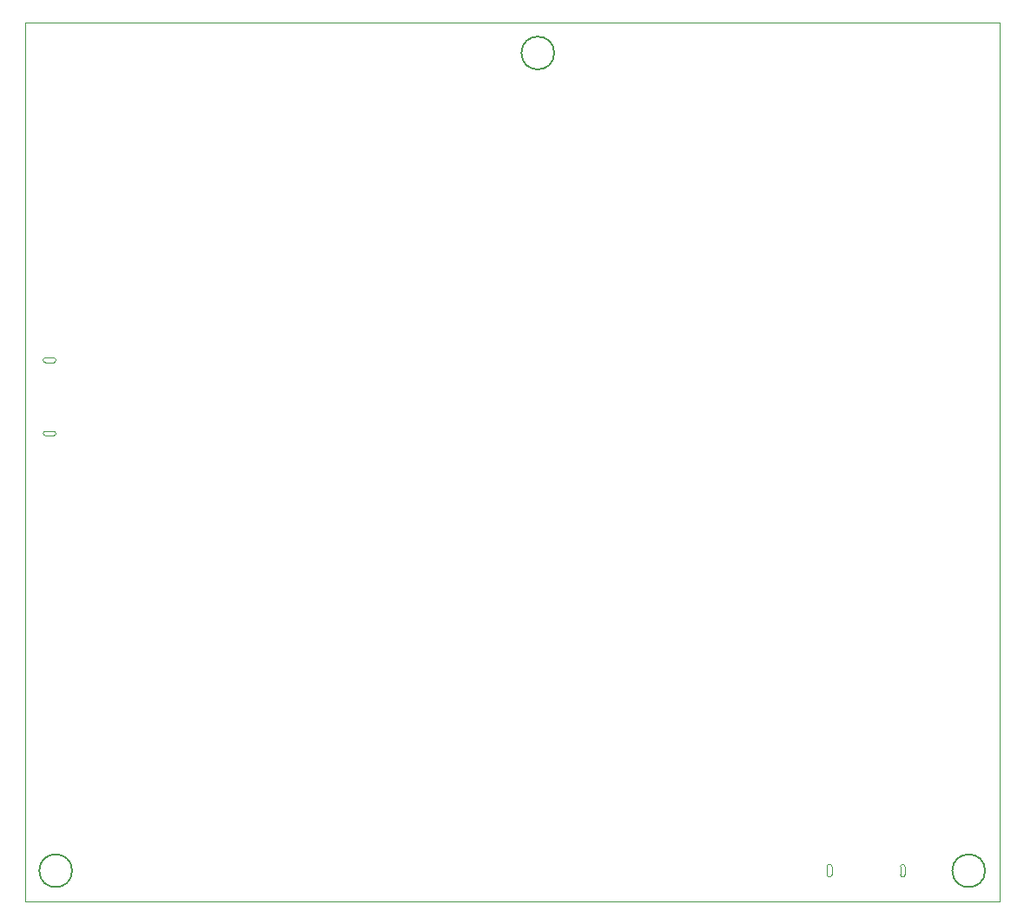
<source format=gbr>
G04 #@! TF.GenerationSoftware,KiCad,Pcbnew,(5.1.12)-1*
G04 #@! TF.CreationDate,2022-03-24T09:17:42-05:00*
G04 #@! TF.ProjectId,AVR-CTF,4156522d-4354-4462-9e6b-696361645f70,rev?*
G04 #@! TF.SameCoordinates,Original*
G04 #@! TF.FileFunction,Profile,NP*
%FSLAX46Y46*%
G04 Gerber Fmt 4.6, Leading zero omitted, Abs format (unit mm)*
G04 Created by KiCad (PCBNEW (5.1.12)-1) date 2022-03-24 09:17:42*
%MOMM*%
%LPD*%
G01*
G04 APERTURE LIST*
G04 #@! TA.AperFunction,Profile*
%ADD10C,0.150000*%
G04 #@! TD*
G04 #@! TA.AperFunction,Profile*
%ADD11C,0.100000*%
G04 #@! TD*
G04 #@! TA.AperFunction,Profile*
%ADD12C,0.010000*%
G04 #@! TD*
G04 APERTURE END LIST*
D10*
X162598000Y-43565000D02*
G75*
G03*
X162598000Y-43565000I-1600000J0D01*
G01*
X204598000Y-123365000D02*
G75*
G03*
X204598000Y-123365000I-1600000J0D01*
G01*
X115598000Y-123365000D02*
G75*
G03*
X115598000Y-123365000I-1600000J0D01*
G01*
D11*
X205998000Y-40565000D02*
X205998000Y-126365000D01*
X110998000Y-40565000D02*
X205998000Y-40565000D01*
X110998000Y-126365000D02*
X110998000Y-40565000D01*
X205998000Y-126365000D02*
X110998000Y-126365000D01*
D12*
X196348000Y-123765000D02*
X196348000Y-122965000D01*
X196798000Y-122965000D02*
X196798000Y-123765000D01*
X189198000Y-123765000D02*
X189198000Y-122965000D01*
X189648000Y-122965000D02*
X189648000Y-123765000D01*
X196573000Y-123990000D02*
G75*
G02*
X196348000Y-123765000I0J225000D01*
G01*
X196798000Y-123765000D02*
G75*
G02*
X196573000Y-123990000I-225000J0D01*
G01*
X196573000Y-122740000D02*
G75*
G02*
X196798000Y-122965000I0J-225000D01*
G01*
X196348000Y-122965000D02*
G75*
G02*
X196573000Y-122740000I225000J0D01*
G01*
X189423000Y-123990000D02*
G75*
G02*
X189198000Y-123765000I0J225000D01*
G01*
X189648000Y-123765000D02*
G75*
G02*
X189423000Y-123990000I-225000J0D01*
G01*
X189423000Y-122740000D02*
G75*
G02*
X189648000Y-122965000I0J-225000D01*
G01*
X189198000Y-122965000D02*
G75*
G02*
X189423000Y-122740000I225000J0D01*
G01*
X113798000Y-73765000D02*
X112998000Y-73765000D01*
X112998000Y-73315000D02*
X113798000Y-73315000D01*
X113798000Y-80915000D02*
X112998000Y-80915000D01*
X112998000Y-80465000D02*
X113798000Y-80465000D01*
X113798000Y-73315000D02*
G75*
G02*
X114023000Y-73540000I0J-225000D01*
G01*
X114023000Y-73540000D02*
G75*
G02*
X113798000Y-73765000I-225000J0D01*
G01*
X112998000Y-73765000D02*
G75*
G02*
X112773000Y-73540000I0J225000D01*
G01*
X112773000Y-73540000D02*
G75*
G02*
X112998000Y-73315000I225000J0D01*
G01*
X113798000Y-80465000D02*
G75*
G02*
X114023000Y-80690000I0J-225000D01*
G01*
X114023000Y-80690000D02*
G75*
G02*
X113798000Y-80915000I-225000J0D01*
G01*
X112998000Y-80915000D02*
G75*
G02*
X112773000Y-80690000I0J225000D01*
G01*
X112773000Y-80690000D02*
G75*
G02*
X112998000Y-80465000I225000J0D01*
G01*
M02*

</source>
